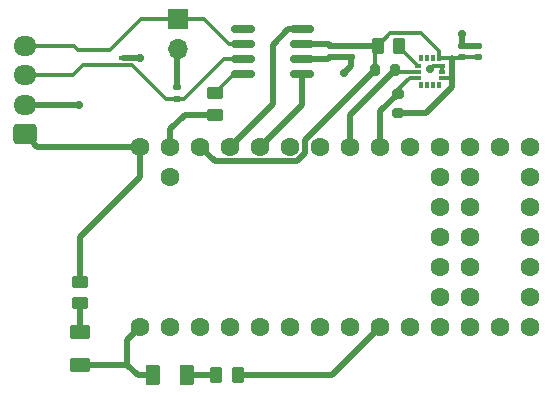
<source format=gtl>
G04 #@! TF.GenerationSoftware,KiCad,Pcbnew,7.0.8*
G04 #@! TF.CreationDate,2023-12-02T16:39:51-07:00*
G04 #@! TF.ProjectId,IMUBox,494d5542-6f78-42e6-9b69-6361645f7063,v2*
G04 #@! TF.SameCoordinates,Original*
G04 #@! TF.FileFunction,Copper,L1,Top*
G04 #@! TF.FilePolarity,Positive*
%FSLAX46Y46*%
G04 Gerber Fmt 4.6, Leading zero omitted, Abs format (unit mm)*
G04 Created by KiCad (PCBNEW 7.0.8) date 2023-12-02 16:39:51*
%MOMM*%
%LPD*%
G01*
G04 APERTURE LIST*
G04 Aperture macros list*
%AMRoundRect*
0 Rectangle with rounded corners*
0 $1 Rounding radius*
0 $2 $3 $4 $5 $6 $7 $8 $9 X,Y pos of 4 corners*
0 Add a 4 corners polygon primitive as box body*
4,1,4,$2,$3,$4,$5,$6,$7,$8,$9,$2,$3,0*
0 Add four circle primitives for the rounded corners*
1,1,$1+$1,$2,$3*
1,1,$1+$1,$4,$5*
1,1,$1+$1,$6,$7*
1,1,$1+$1,$8,$9*
0 Add four rect primitives between the rounded corners*
20,1,$1+$1,$2,$3,$4,$5,0*
20,1,$1+$1,$4,$5,$6,$7,0*
20,1,$1+$1,$6,$7,$8,$9,0*
20,1,$1+$1,$8,$9,$2,$3,0*%
G04 Aperture macros list end*
G04 #@! TA.AperFunction,SMDPad,CuDef*
%ADD10RoundRect,0.150000X0.825000X0.150000X-0.825000X0.150000X-0.825000X-0.150000X0.825000X-0.150000X0*%
G04 #@! TD*
G04 #@! TA.AperFunction,SMDPad,CuDef*
%ADD11RoundRect,0.140000X-0.170000X0.140000X-0.170000X-0.140000X0.170000X-0.140000X0.170000X0.140000X0*%
G04 #@! TD*
G04 #@! TA.AperFunction,ComponentPad*
%ADD12R,1.700000X1.700000*%
G04 #@! TD*
G04 #@! TA.AperFunction,ComponentPad*
%ADD13O,1.700000X1.700000*%
G04 #@! TD*
G04 #@! TA.AperFunction,SMDPad,CuDef*
%ADD14RoundRect,0.200000X0.200000X0.275000X-0.200000X0.275000X-0.200000X-0.275000X0.200000X-0.275000X0*%
G04 #@! TD*
G04 #@! TA.AperFunction,SMDPad,CuDef*
%ADD15RoundRect,0.250000X-0.450000X0.262500X-0.450000X-0.262500X0.450000X-0.262500X0.450000X0.262500X0*%
G04 #@! TD*
G04 #@! TA.AperFunction,SMDPad,CuDef*
%ADD16RoundRect,0.200000X-0.275000X0.200000X-0.275000X-0.200000X0.275000X-0.200000X0.275000X0.200000X0*%
G04 #@! TD*
G04 #@! TA.AperFunction,SMDPad,CuDef*
%ADD17RoundRect,0.140000X0.170000X-0.140000X0.170000X0.140000X-0.170000X0.140000X-0.170000X-0.140000X0*%
G04 #@! TD*
G04 #@! TA.AperFunction,SMDPad,CuDef*
%ADD18RoundRect,0.250000X0.450000X-0.262500X0.450000X0.262500X-0.450000X0.262500X-0.450000X-0.262500X0*%
G04 #@! TD*
G04 #@! TA.AperFunction,SMDPad,CuDef*
%ADD19RoundRect,0.250000X-0.375000X-0.625000X0.375000X-0.625000X0.375000X0.625000X-0.375000X0.625000X0*%
G04 #@! TD*
G04 #@! TA.AperFunction,ComponentPad*
%ADD20RoundRect,0.250000X0.725000X-0.600000X0.725000X0.600000X-0.725000X0.600000X-0.725000X-0.600000X0*%
G04 #@! TD*
G04 #@! TA.AperFunction,ComponentPad*
%ADD21O,1.950000X1.700000*%
G04 #@! TD*
G04 #@! TA.AperFunction,SMDPad,CuDef*
%ADD22R,0.300000X0.480000*%
G04 #@! TD*
G04 #@! TA.AperFunction,SMDPad,CuDef*
%ADD23R,0.480000X0.300000*%
G04 #@! TD*
G04 #@! TA.AperFunction,SMDPad,CuDef*
%ADD24RoundRect,0.250000X-0.262500X-0.450000X0.262500X-0.450000X0.262500X0.450000X-0.262500X0.450000X0*%
G04 #@! TD*
G04 #@! TA.AperFunction,ComponentPad*
%ADD25C,1.600000*%
G04 #@! TD*
G04 #@! TA.AperFunction,SMDPad,CuDef*
%ADD26R,0.700000X0.450000*%
G04 #@! TD*
G04 #@! TA.AperFunction,SMDPad,CuDef*
%ADD27RoundRect,0.250000X0.625000X-0.375000X0.625000X0.375000X-0.625000X0.375000X-0.625000X-0.375000X0*%
G04 #@! TD*
G04 #@! TA.AperFunction,SMDPad,CuDef*
%ADD28RoundRect,0.135000X0.185000X-0.135000X0.185000X0.135000X-0.185000X0.135000X-0.185000X-0.135000X0*%
G04 #@! TD*
G04 #@! TA.AperFunction,ViaPad*
%ADD29C,0.700000*%
G04 #@! TD*
G04 #@! TA.AperFunction,Conductor*
%ADD30C,0.300000*%
G04 #@! TD*
G04 #@! TA.AperFunction,Conductor*
%ADD31C,0.500000*%
G04 #@! TD*
G04 APERTURE END LIST*
D10*
X140675000Y-47205000D03*
X140675000Y-45935000D03*
X140675000Y-44665000D03*
X140675000Y-43395000D03*
X135725000Y-43395000D03*
X135725000Y-44665000D03*
X135725000Y-45935000D03*
X135725000Y-47205000D03*
D11*
X155593750Y-44833750D03*
X155593750Y-45793750D03*
D12*
X130200000Y-42560000D03*
D13*
X130200000Y-45100000D03*
D14*
X148518750Y-46893750D03*
X146868750Y-46893750D03*
D15*
X133300000Y-48800000D03*
X133300000Y-50625000D03*
D11*
X143093750Y-44793750D03*
X143093750Y-45753750D03*
D16*
X148800000Y-48875000D03*
X148800000Y-50525000D03*
D17*
X154193750Y-45793750D03*
X154193750Y-44833750D03*
D18*
X121900000Y-66612500D03*
X121900000Y-64787500D03*
D11*
X144793750Y-44793750D03*
X144793750Y-45753750D03*
D19*
X128100000Y-72700000D03*
X130900000Y-72700000D03*
D20*
X117200000Y-52300000D03*
D21*
X117200000Y-49800000D03*
X117200000Y-47300000D03*
X117200000Y-44800000D03*
D22*
X150743750Y-48156250D03*
X151243750Y-48156250D03*
X151743750Y-48156250D03*
X152243750Y-48156250D03*
D23*
X152493750Y-47493750D03*
X152493750Y-46993750D03*
X152493750Y-46493750D03*
D22*
X152243750Y-45831250D03*
X151743750Y-45831250D03*
X151243750Y-45831250D03*
X150743750Y-45831250D03*
D23*
X150493750Y-46493750D03*
X150493750Y-46993750D03*
X150493750Y-47493750D03*
D24*
X147081250Y-44793750D03*
X148906250Y-44793750D03*
D25*
X127000000Y-68580000D03*
X129540000Y-68580000D03*
X132080000Y-68580000D03*
X134620000Y-68580000D03*
X137160000Y-68580000D03*
X139700000Y-68580000D03*
X142240000Y-68580000D03*
X144780000Y-68580000D03*
X147320000Y-68580000D03*
X149860000Y-68580000D03*
X152400000Y-68580000D03*
X154940000Y-68580000D03*
X157480000Y-68580000D03*
X160020000Y-68580000D03*
X160020000Y-66040000D03*
X160020000Y-63500000D03*
X160020000Y-60960000D03*
X160020000Y-58420000D03*
X160020000Y-55880000D03*
X160020000Y-53340000D03*
X157480000Y-53340000D03*
X154940000Y-53340000D03*
X152400000Y-53340000D03*
X149860000Y-53340000D03*
X147320000Y-53340000D03*
X144780000Y-53340000D03*
X142240000Y-53340000D03*
X139700000Y-53340000D03*
X137160000Y-53340000D03*
X134620000Y-53340000D03*
X132080000Y-53340000D03*
X129540000Y-53340000D03*
X127000000Y-53340000D03*
X129540000Y-55880000D03*
X154940000Y-55880000D03*
X152400000Y-55880000D03*
X154940000Y-58420000D03*
X152400000Y-58420000D03*
X154940000Y-60960000D03*
X152400000Y-60960000D03*
X154940000Y-63500000D03*
X152400000Y-63500000D03*
X154940000Y-66040000D03*
X152400000Y-66040000D03*
D24*
X133397500Y-72640000D03*
X135222500Y-72640000D03*
D26*
X123500000Y-45150000D03*
X123500000Y-46450000D03*
X125500000Y-45800000D03*
D27*
X121900000Y-71800000D03*
X121900000Y-69000000D03*
D28*
X130100000Y-49345000D03*
X130100000Y-48325000D03*
D29*
X121800000Y-49800000D03*
X154200000Y-43800000D03*
X151500000Y-46800000D03*
X127000000Y-45800000D03*
X144200000Y-47100000D03*
D30*
X122150000Y-46450000D02*
X121300000Y-47300000D01*
X123500000Y-46450000D02*
X122150000Y-46450000D01*
X121300000Y-47300000D02*
X117200000Y-47300000D01*
X129145000Y-49345000D02*
X126250000Y-46450000D01*
X126250000Y-46450000D02*
X123500000Y-46450000D01*
X130100000Y-49345000D02*
X129145000Y-49345000D01*
X130655000Y-49345000D02*
X130100000Y-49345000D01*
X134065000Y-45935000D02*
X130655000Y-49345000D01*
X135725000Y-45935000D02*
X134065000Y-45935000D01*
X132360000Y-42560000D02*
X130200000Y-42560000D01*
X134465000Y-44665000D02*
X132360000Y-42560000D01*
X135725000Y-44665000D02*
X134465000Y-44665000D01*
X127040000Y-42560000D02*
X130200000Y-42560000D01*
X124450000Y-45150000D02*
X127040000Y-42560000D01*
X123500000Y-45150000D02*
X124450000Y-45150000D01*
X121750000Y-45150000D02*
X123500000Y-45150000D01*
X121400000Y-44800000D02*
X121750000Y-45150000D01*
X117200000Y-44800000D02*
X121400000Y-44800000D01*
D31*
X125900000Y-71800000D02*
X125900000Y-69680000D01*
X155593750Y-44833750D02*
X154193750Y-44833750D01*
X117200000Y-49800000D02*
X121800000Y-49800000D01*
X144793750Y-46506250D02*
X144200000Y-47100000D01*
X121900000Y-71800000D02*
X125900000Y-71800000D01*
X128100000Y-72700000D02*
X126800000Y-72700000D01*
X129540000Y-51860000D02*
X130775000Y-50625000D01*
X154193750Y-43806250D02*
X154200000Y-43800000D01*
X130775000Y-50625000D02*
X133300000Y-50625000D01*
D30*
X152493750Y-46493750D02*
X151806250Y-46493750D01*
D31*
X125500000Y-45800000D02*
X127000000Y-45800000D01*
X144793750Y-45753750D02*
X143093750Y-45753750D01*
X154193750Y-44833750D02*
X154193750Y-43806250D01*
D30*
X152493750Y-46993750D02*
X152493750Y-46493750D01*
D31*
X144793750Y-45753750D02*
X144793750Y-46506250D01*
X126800000Y-72700000D02*
X125900000Y-71800000D01*
X125900000Y-69680000D02*
X127000000Y-68580000D01*
X129540000Y-53340000D02*
X129540000Y-51860000D01*
X140675000Y-45935000D02*
X142912500Y-45935000D01*
D30*
X151806250Y-46493750D02*
X151500000Y-46800000D01*
D31*
X142912500Y-45935000D02*
X143093750Y-45753750D01*
X140675000Y-44665000D02*
X142965000Y-44665000D01*
D30*
X153400000Y-45831250D02*
X154156250Y-45831250D01*
X154193750Y-45793750D02*
X155593750Y-45793750D01*
D31*
X140950000Y-52812500D02*
X146868750Y-46893750D01*
X153400000Y-48290000D02*
X153400000Y-47500000D01*
D30*
X154156250Y-45831250D02*
X154193750Y-45793750D01*
D31*
X142965000Y-44665000D02*
X143093750Y-44793750D01*
X140950000Y-53857767D02*
X140950000Y-52812500D01*
D30*
X150746250Y-43743750D02*
X152243750Y-45241250D01*
D31*
X132080000Y-53340000D02*
X133330000Y-54590000D01*
D30*
X153393750Y-47493750D02*
X153400000Y-47500000D01*
D31*
X133330000Y-54590000D02*
X140217767Y-54590000D01*
X144793750Y-44793750D02*
X147081250Y-44793750D01*
D30*
X147081250Y-44793750D02*
X148131250Y-43743750D01*
X146868750Y-46893750D02*
X146868750Y-45006250D01*
D31*
X143093750Y-44793750D02*
X144793750Y-44793750D01*
D30*
X152243750Y-45831250D02*
X153400000Y-45831250D01*
D31*
X153400000Y-47500000D02*
X153400000Y-45831250D01*
D30*
X147081250Y-46681250D02*
X146868750Y-46893750D01*
X152243750Y-45241250D02*
X152243750Y-45831250D01*
D31*
X151165000Y-50525000D02*
X153400000Y-48290000D01*
D30*
X152493750Y-47493750D02*
X153393750Y-47493750D01*
X148131250Y-43743750D02*
X150746250Y-43743750D01*
D31*
X148800000Y-50525000D02*
X151165000Y-50525000D01*
D30*
X146868750Y-45006250D02*
X147081250Y-44793750D01*
D31*
X140217767Y-54590000D02*
X140950000Y-53857767D01*
D30*
X154193750Y-45793750D02*
X154150785Y-45793750D01*
X135690000Y-44700000D02*
X135725000Y-44665000D01*
D31*
X117200000Y-52300000D02*
X118240000Y-53340000D01*
X127000000Y-55900000D02*
X121900000Y-61000000D01*
X121900000Y-61000000D02*
X121900000Y-64787500D01*
X118240000Y-53340000D02*
X127000000Y-53340000D01*
X127000000Y-53340000D02*
X127000000Y-55900000D01*
X130100000Y-45200000D02*
X130200000Y-45100000D01*
X130100000Y-48325000D02*
X130100000Y-45200000D01*
X144780000Y-53340000D02*
X144780000Y-50632500D01*
D30*
X148518750Y-46893750D02*
X148618750Y-46993750D01*
X148618750Y-46993750D02*
X150493750Y-46993750D01*
D31*
X144780000Y-50632500D02*
X148518750Y-46893750D01*
D30*
X149806250Y-47493750D02*
X148800000Y-48500000D01*
X150493750Y-47493750D02*
X149806250Y-47493750D01*
X148800000Y-48500000D02*
X148800000Y-48875000D01*
D31*
X147320000Y-50355000D02*
X148800000Y-48875000D01*
X147320000Y-53340000D02*
X147320000Y-50355000D01*
D30*
X150493750Y-46493750D02*
X148906250Y-44906250D01*
X148906250Y-44906250D02*
X148906250Y-44793750D01*
X134895000Y-47205000D02*
X135725000Y-47205000D01*
X133300000Y-48800000D02*
X134895000Y-47205000D01*
D31*
X140675000Y-49825000D02*
X140675000Y-47205000D01*
D30*
X140700000Y-47230000D02*
X140675000Y-47205000D01*
D31*
X137160000Y-53340000D02*
X140675000Y-49825000D01*
X139505000Y-43395000D02*
X140675000Y-43395000D01*
X138200000Y-44700000D02*
X139505000Y-43395000D01*
X134620000Y-53340000D02*
X138200000Y-49760000D01*
X138200000Y-49760000D02*
X138200000Y-44700000D01*
X135222500Y-72640000D02*
X143260000Y-72640000D01*
X143260000Y-72640000D02*
X147320000Y-68580000D01*
X121900000Y-66612500D02*
X121900000Y-69000000D01*
X133337500Y-72700000D02*
X133397500Y-72640000D01*
X130900000Y-72700000D02*
X133337500Y-72700000D01*
M02*

</source>
